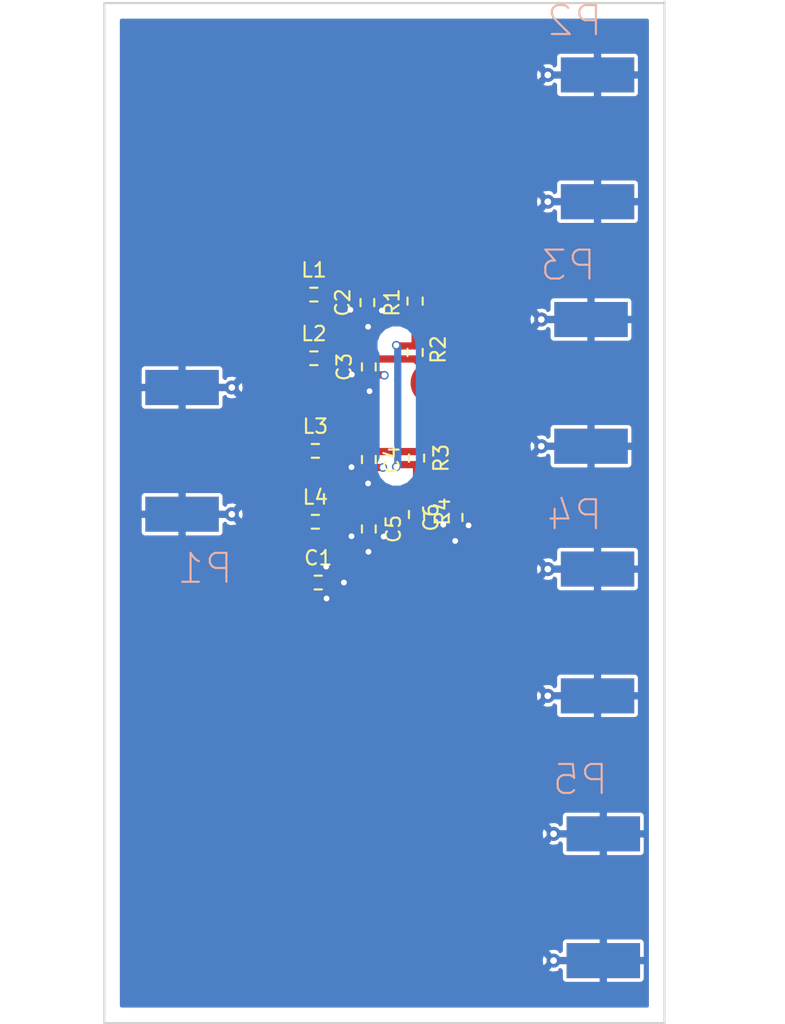
<source format=kicad_pcb>
(kicad_pcb (version 4) (host pcbnew 4.0.2+dfsg1-stable)

  (general
    (links 76)
    (no_connects 0)
    (area 92.384999 73.647 146.915001 144.725001)
    (thickness 1.6)
    (drawings 4)
    (tracks 126)
    (zones 0)
    (modules 19)
    (nets 8)
  )

  (page A4)
  (layers
    (0 F.Cu signal)
    (31 B.Cu signal)
    (32 B.Adhes user hide)
    (33 F.Adhes user hide)
    (34 B.Paste user)
    (35 F.Paste user)
    (36 B.SilkS user)
    (37 F.SilkS user)
    (38 B.Mask user)
    (39 F.Mask user)
    (40 Dwgs.User user hide)
    (41 Cmts.User user hide)
    (42 Eco1.User user hide)
    (43 Eco2.User user hide)
    (44 Edge.Cuts user)
    (45 Margin user)
    (46 B.CrtYd user)
    (47 F.CrtYd user)
    (48 B.Fab user hide)
    (49 F.Fab user hide)
  )

  (setup
    (last_trace_width 0.5)
    (user_trace_width 0.5)
    (user_trace_width 2.92508)
    (trace_clearance 0.1)
    (zone_clearance 0.127)
    (zone_45_only no)
    (trace_min 0.2)
    (segment_width 0.2)
    (edge_width 0.15)
    (via_size 0.6)
    (via_drill 0.4)
    (via_min_size 0.4)
    (via_min_drill 0.3)
    (uvia_size 0.3)
    (uvia_drill 0.1)
    (uvias_allowed no)
    (uvia_min_size 0.2)
    (uvia_min_drill 0.1)
    (pcb_text_width 0.3)
    (pcb_text_size 1.5 1.5)
    (mod_edge_width 0.15)
    (mod_text_size 1 1)
    (mod_text_width 0.15)
    (pad_size 1.524 1.524)
    (pad_drill 0.762)
    (pad_to_mask_clearance 0.2)
    (aux_axis_origin 100.05 144.5)
    (grid_origin 90.7 127)
    (visible_elements FFFEFF7F)
    (pcbplotparams
      (layerselection 0x000f0_80000001)
      (usegerberextensions true)
      (excludeedgelayer true)
      (linewidth 1.000000)
      (plotframeref false)
      (viasonmask false)
      (mode 1)
      (useauxorigin false)
      (hpglpennumber 1)
      (hpglpenspeed 20)
      (hpglpendiameter 15)
      (hpglpenoverlay 2)
      (psnegative false)
      (psa4output false)
      (plotreference true)
      (plotvalue true)
      (plotinvisibletext false)
      (padsonsilk false)
      (subtractmaskfromsilk false)
      (outputformat 1)
      (mirror false)
      (drillshape 0)
      (scaleselection 1)
      (outputdirectory gerber/))
  )

  (net 0 "")
  (net 1 "Net-(C1-Pad1)")
  (net 2 GND)
  (net 3 "Net-(C2-Pad2)")
  (net 4 "Net-(C3-Pad2)")
  (net 5 "Net-(C4-Pad2)")
  (net 6 "Net-(C5-Pad1)")
  (net 7 "Net-(C6-Pad2)")

  (net_class Default "This is the default net class."
    (clearance 0.1)
    (trace_width 0.25)
    (via_dia 0.6)
    (via_drill 0.4)
    (uvia_dia 0.3)
    (uvia_drill 0.1)
    (add_net GND)
    (add_net "Net-(C1-Pad1)")
    (add_net "Net-(C2-Pad2)")
    (add_net "Net-(C3-Pad2)")
    (add_net "Net-(C4-Pad2)")
    (add_net "Net-(C5-Pad1)")
    (add_net "Net-(C6-Pad2)")
  )

  (module ConnMolex_SMA:Molex_SMA_Jack_Edge_Mount (layer F.Cu) (tedit 5914E54A) (tstamp 59EE4908)
    (at 132.1 83.5 180)
    (descr "Molex SMA Jack, Edge Mount, http://www.molex.com/pdm_docs/sd/732511150_sd.pdf")
    (tags "sma edge")
    (path /59EE4588)
    (attr smd)
    (fp_text reference P2 (at -0.1325 8.128 180) (layer B.SilkS)
      (effects (font (size 2 2) (thickness 0.15)) (justify mirror))
    )
    (fp_text value SAM_OUT1 (at -1.72 -7.11 180) (layer F.Fab)
      (effects (font (size 1 1) (thickness 0.15)))
    )
    (fp_line (start -4.76 -0.38) (end 0.49 -0.38) (layer F.Fab) (width 0.1))
    (fp_line (start -4.76 0.38) (end 0.49 0.38) (layer F.Fab) (width 0.1))
    (fp_line (start 0.49 -0.38) (end 0.49 0.38) (layer F.Fab) (width 0.1))
    (fp_line (start 0.49 3.75) (end 0.49 4.76) (layer F.Fab) (width 0.1))
    (fp_line (start 0.49 -4.76) (end 0.49 -3.75) (layer F.Fab) (width 0.1))
    (fp_line (start -14.29 -6.09) (end -14.29 6.09) (layer F.CrtYd) (width 0.05))
    (fp_line (start -14.29 6.09) (end 2.71 6.09) (layer F.CrtYd) (width 0.05))
    (fp_line (start 2.71 -6.09) (end 2.71 6.09) (layer B.CrtYd) (width 0.05))
    (fp_line (start -14.29 -6.09) (end 2.71 -6.09) (layer B.CrtYd) (width 0.05))
    (fp_line (start -14.29 -6.09) (end -14.29 6.09) (layer B.CrtYd) (width 0.05))
    (fp_line (start -14.29 6.09) (end 2.71 6.09) (layer B.CrtYd) (width 0.05))
    (fp_line (start 2.71 -6.09) (end 2.71 6.09) (layer F.CrtYd) (width 0.05))
    (fp_line (start 2.71 -6.09) (end -14.29 -6.09) (layer F.CrtYd) (width 0.05))
    (fp_line (start -4.76 -3.75) (end 0.49 -3.75) (layer F.Fab) (width 0.1))
    (fp_line (start -4.76 3.75) (end 0.49 3.75) (layer F.Fab) (width 0.1))
    (fp_line (start -13.79 -2.65) (end -5.91 -2.65) (layer F.Fab) (width 0.1))
    (fp_line (start -13.79 -2.65) (end -13.79 2.65) (layer F.Fab) (width 0.1))
    (fp_line (start -13.79 2.65) (end -5.91 2.65) (layer F.Fab) (width 0.1))
    (fp_line (start -4.76 -3.75) (end -4.76 3.75) (layer F.Fab) (width 0.1))
    (fp_line (start 0.49 -4.76) (end -5.91 -4.76) (layer F.Fab) (width 0.1))
    (fp_line (start -5.91 -4.76) (end -5.91 4.76) (layer F.Fab) (width 0.1))
    (fp_line (start -5.91 4.76) (end 0.49 4.76) (layer F.Fab) (width 0.1))
    (pad 1 smd rect (at -1.72 0 180) (size 5.08 2.29) (layers F.Cu F.Paste F.Mask)
      (net 3 "Net-(C2-Pad2)"))
    (pad 2 smd rect (at -1.72 -4.38 180) (size 5.08 2.42) (layers F.Cu F.Paste F.Mask)
      (net 2 GND))
    (pad 2 smd rect (at -1.72 4.38 180) (size 5.08 2.42) (layers F.Cu F.Paste F.Mask)
      (net 2 GND))
    (pad 2 smd rect (at -1.72 -4.38 180) (size 5.08 2.42) (layers B.Cu B.Paste B.Mask)
      (net 2 GND))
    (pad 2 smd rect (at -1.72 4.38 180) (size 5.08 2.42) (layers B.Cu B.Paste B.Mask)
      (net 2 GND))
    (pad 2 thru_hole circle (at 1.72 -4.38 180) (size 0.97 0.97) (drill 0.46) (layers *.Cu)
      (net 2 GND))
    (pad 2 thru_hole circle (at 1.72 4.38 180) (size 0.97 0.97) (drill 0.46) (layers *.Cu)
      (net 2 GND))
    (pad 2 smd rect (at 1.27 -4.38 180) (size 0.89 0.46) (layers F.Cu)
      (net 2 GND))
    (pad 2 smd rect (at 1.27 4.38 180) (size 0.89 0.46) (layers F.Cu)
      (net 2 GND))
    (pad 2 smd rect (at 1.27 -4.38 180) (size 0.89 0.46) (layers B.Cu)
      (net 2 GND))
    (pad 2 smd rect (at 1.27 4.38 180) (size 0.89 0.46) (layers B.Cu)
      (net 2 GND))
    (model walter/conn_pc/SMAe.wrl
      (at (xyz -0.175 0 -0.015))
      (scale (xyz 1.7 1.7 1.7))
      (rotate (xyz 270 0 270))
    )
  )

  (module ConnMolex_SMA:Molex_SMA_Jack_Edge_Mount (layer F.Cu) (tedit 5914E54A) (tstamp 59EE4926)
    (at 132.1 117.65 180)
    (descr "Molex SMA Jack, Edge Mount, http://www.molex.com/pdm_docs/sd/732511150_sd.pdf")
    (tags "sma edge")
    (path /59EE46F7)
    (attr smd)
    (fp_text reference P4 (at -0.1325 8.128 180) (layer B.SilkS)
      (effects (font (size 2 2) (thickness 0.15)) (justify mirror))
    )
    (fp_text value SAM_OUT3 (at -1.72 -7.11 180) (layer F.Fab)
      (effects (font (size 1 1) (thickness 0.15)))
    )
    (fp_line (start -4.76 -0.38) (end 0.49 -0.38) (layer F.Fab) (width 0.1))
    (fp_line (start -4.76 0.38) (end 0.49 0.38) (layer F.Fab) (width 0.1))
    (fp_line (start 0.49 -0.38) (end 0.49 0.38) (layer F.Fab) (width 0.1))
    (fp_line (start 0.49 3.75) (end 0.49 4.76) (layer F.Fab) (width 0.1))
    (fp_line (start 0.49 -4.76) (end 0.49 -3.75) (layer F.Fab) (width 0.1))
    (fp_line (start -14.29 -6.09) (end -14.29 6.09) (layer F.CrtYd) (width 0.05))
    (fp_line (start -14.29 6.09) (end 2.71 6.09) (layer F.CrtYd) (width 0.05))
    (fp_line (start 2.71 -6.09) (end 2.71 6.09) (layer B.CrtYd) (width 0.05))
    (fp_line (start -14.29 -6.09) (end 2.71 -6.09) (layer B.CrtYd) (width 0.05))
    (fp_line (start -14.29 -6.09) (end -14.29 6.09) (layer B.CrtYd) (width 0.05))
    (fp_line (start -14.29 6.09) (end 2.71 6.09) (layer B.CrtYd) (width 0.05))
    (fp_line (start 2.71 -6.09) (end 2.71 6.09) (layer F.CrtYd) (width 0.05))
    (fp_line (start 2.71 -6.09) (end -14.29 -6.09) (layer F.CrtYd) (width 0.05))
    (fp_line (start -4.76 -3.75) (end 0.49 -3.75) (layer F.Fab) (width 0.1))
    (fp_line (start -4.76 3.75) (end 0.49 3.75) (layer F.Fab) (width 0.1))
    (fp_line (start -13.79 -2.65) (end -5.91 -2.65) (layer F.Fab) (width 0.1))
    (fp_line (start -13.79 -2.65) (end -13.79 2.65) (layer F.Fab) (width 0.1))
    (fp_line (start -13.79 2.65) (end -5.91 2.65) (layer F.Fab) (width 0.1))
    (fp_line (start -4.76 -3.75) (end -4.76 3.75) (layer F.Fab) (width 0.1))
    (fp_line (start 0.49 -4.76) (end -5.91 -4.76) (layer F.Fab) (width 0.1))
    (fp_line (start -5.91 -4.76) (end -5.91 4.76) (layer F.Fab) (width 0.1))
    (fp_line (start -5.91 4.76) (end 0.49 4.76) (layer F.Fab) (width 0.1))
    (pad 1 smd rect (at -1.72 0 180) (size 5.08 2.29) (layers F.Cu F.Paste F.Mask)
      (net 5 "Net-(C4-Pad2)"))
    (pad 2 smd rect (at -1.72 -4.38 180) (size 5.08 2.42) (layers F.Cu F.Paste F.Mask)
      (net 2 GND))
    (pad 2 smd rect (at -1.72 4.38 180) (size 5.08 2.42) (layers F.Cu F.Paste F.Mask)
      (net 2 GND))
    (pad 2 smd rect (at -1.72 -4.38 180) (size 5.08 2.42) (layers B.Cu B.Paste B.Mask)
      (net 2 GND))
    (pad 2 smd rect (at -1.72 4.38 180) (size 5.08 2.42) (layers B.Cu B.Paste B.Mask)
      (net 2 GND))
    (pad 2 thru_hole circle (at 1.72 -4.38 180) (size 0.97 0.97) (drill 0.46) (layers *.Cu)
      (net 2 GND))
    (pad 2 thru_hole circle (at 1.72 4.38 180) (size 0.97 0.97) (drill 0.46) (layers *.Cu)
      (net 2 GND))
    (pad 2 smd rect (at 1.27 -4.38 180) (size 0.89 0.46) (layers F.Cu)
      (net 2 GND))
    (pad 2 smd rect (at 1.27 4.38 180) (size 0.89 0.46) (layers F.Cu)
      (net 2 GND))
    (pad 2 smd rect (at 1.27 -4.38 180) (size 0.89 0.46) (layers B.Cu)
      (net 2 GND))
    (pad 2 smd rect (at 1.27 4.38 180) (size 0.89 0.46) (layers B.Cu)
      (net 2 GND))
    (model walter/conn_pc/SMAe.wrl
      (at (xyz -0.175 0 -0.015))
      (scale (xyz 1.7 1.7 1.7))
      (rotate (xyz 270 0 270))
    )
  )

  (module Capacitors_SMD:C_0402 (layer F.Cu) (tedit 5415D599) (tstamp 59EE48B4)
    (at 114.5 114.2)
    (descr "Capacitor SMD 0402, reflow soldering, AVX (see smccp.pdf)")
    (tags "capacitor 0402")
    (path /59EE3237)
    (attr smd)
    (fp_text reference C1 (at 0 -1.7) (layer F.SilkS)
      (effects (font (size 1 1) (thickness 0.15)))
    )
    (fp_text value 29.32p (at 0 1.7) (layer F.Fab)
      (effects (font (size 1 1) (thickness 0.15)))
    )
    (fp_line (start -1.15 -0.6) (end 1.15 -0.6) (layer F.CrtYd) (width 0.05))
    (fp_line (start -1.15 0.6) (end 1.15 0.6) (layer F.CrtYd) (width 0.05))
    (fp_line (start -1.15 -0.6) (end -1.15 0.6) (layer F.CrtYd) (width 0.05))
    (fp_line (start 1.15 -0.6) (end 1.15 0.6) (layer F.CrtYd) (width 0.05))
    (fp_line (start 0.25 -0.475) (end -0.25 -0.475) (layer F.SilkS) (width 0.15))
    (fp_line (start -0.25 0.475) (end 0.25 0.475) (layer F.SilkS) (width 0.15))
    (pad 1 smd rect (at -0.55 0) (size 0.6 0.5) (layers F.Cu F.Paste F.Mask)
      (net 1 "Net-(C1-Pad1)"))
    (pad 2 smd rect (at 0.55 0) (size 0.6 0.5) (layers F.Cu F.Paste F.Mask)
      (net 2 GND))
    (model Capacitors_SMD.3dshapes/C_0402.wrl
      (at (xyz 0 0 0))
      (scale (xyz 1 1 1))
      (rotate (xyz 0 0 0))
    )
  )

  (module Capacitors_SMD:C_0402 (layer F.Cu) (tedit 5415D599) (tstamp 59EE48BA)
    (at 117.9 94.85 90)
    (descr "Capacitor SMD 0402, reflow soldering, AVX (see smccp.pdf)")
    (tags "capacitor 0402")
    (path /59EE3C54)
    (attr smd)
    (fp_text reference C2 (at 0 -1.7 90) (layer F.SilkS)
      (effects (font (size 1 1) (thickness 0.15)))
    )
    (fp_text value 7.33p (at 0 1.7 90) (layer F.Fab)
      (effects (font (size 1 1) (thickness 0.15)))
    )
    (fp_line (start -1.15 -0.6) (end 1.15 -0.6) (layer F.CrtYd) (width 0.05))
    (fp_line (start -1.15 0.6) (end 1.15 0.6) (layer F.CrtYd) (width 0.05))
    (fp_line (start -1.15 -0.6) (end -1.15 0.6) (layer F.CrtYd) (width 0.05))
    (fp_line (start 1.15 -0.6) (end 1.15 0.6) (layer F.CrtYd) (width 0.05))
    (fp_line (start 0.25 -0.475) (end -0.25 -0.475) (layer F.SilkS) (width 0.15))
    (fp_line (start -0.25 0.475) (end 0.25 0.475) (layer F.SilkS) (width 0.15))
    (pad 1 smd rect (at -0.55 0 90) (size 0.6 0.5) (layers F.Cu F.Paste F.Mask)
      (net 2 GND))
    (pad 2 smd rect (at 0.55 0 90) (size 0.6 0.5) (layers F.Cu F.Paste F.Mask)
      (net 3 "Net-(C2-Pad2)"))
    (model Capacitors_SMD.3dshapes/C_0402.wrl
      (at (xyz 0 0 0))
      (scale (xyz 1 1 1))
      (rotate (xyz 0 0 0))
    )
  )

  (module Capacitors_SMD:C_0402 (layer F.Cu) (tedit 5415D599) (tstamp 59EE48C0)
    (at 118 99.3 90)
    (descr "Capacitor SMD 0402, reflow soldering, AVX (see smccp.pdf)")
    (tags "capacitor 0402")
    (path /59EE3B7C)
    (attr smd)
    (fp_text reference C3 (at 0 -1.7 90) (layer F.SilkS)
      (effects (font (size 1 1) (thickness 0.15)))
    )
    (fp_text value 7.33p (at 0 1.7 90) (layer F.Fab)
      (effects (font (size 1 1) (thickness 0.15)))
    )
    (fp_line (start -1.15 -0.6) (end 1.15 -0.6) (layer F.CrtYd) (width 0.05))
    (fp_line (start -1.15 0.6) (end 1.15 0.6) (layer F.CrtYd) (width 0.05))
    (fp_line (start -1.15 -0.6) (end -1.15 0.6) (layer F.CrtYd) (width 0.05))
    (fp_line (start 1.15 -0.6) (end 1.15 0.6) (layer F.CrtYd) (width 0.05))
    (fp_line (start 0.25 -0.475) (end -0.25 -0.475) (layer F.SilkS) (width 0.15))
    (fp_line (start -0.25 0.475) (end 0.25 0.475) (layer F.SilkS) (width 0.15))
    (pad 1 smd rect (at -0.55 0 90) (size 0.6 0.5) (layers F.Cu F.Paste F.Mask)
      (net 2 GND))
    (pad 2 smd rect (at 0.55 0 90) (size 0.6 0.5) (layers F.Cu F.Paste F.Mask)
      (net 4 "Net-(C3-Pad2)"))
    (model Capacitors_SMD.3dshapes/C_0402.wrl
      (at (xyz 0 0 0))
      (scale (xyz 1 1 1))
      (rotate (xyz 0 0 0))
    )
  )

  (module Capacitors_SMD:C_0402 (layer F.Cu) (tedit 5A00AF9A) (tstamp 59EE48C6)
    (at 118 105.7 90)
    (descr "Capacitor SMD 0402, reflow soldering, AVX (see smccp.pdf)")
    (tags "capacitor 0402")
    (path /59EE32B1)
    (attr smd)
    (fp_text reference C4 (at 0 1.6 90) (layer F.SilkS)
      (effects (font (size 1 1) (thickness 0.15)))
    )
    (fp_text value 7.33p (at 0 1.7 90) (layer F.Fab)
      (effects (font (size 1 1) (thickness 0.15)))
    )
    (fp_line (start -1.15 -0.6) (end 1.15 -0.6) (layer F.CrtYd) (width 0.05))
    (fp_line (start -1.15 0.6) (end 1.15 0.6) (layer F.CrtYd) (width 0.05))
    (fp_line (start -1.15 -0.6) (end -1.15 0.6) (layer F.CrtYd) (width 0.05))
    (fp_line (start 1.15 -0.6) (end 1.15 0.6) (layer F.CrtYd) (width 0.05))
    (fp_line (start 0.25 -0.475) (end -0.25 -0.475) (layer F.SilkS) (width 0.15))
    (fp_line (start -0.25 0.475) (end 0.25 0.475) (layer F.SilkS) (width 0.15))
    (pad 1 smd rect (at -0.55 0 90) (size 0.6 0.5) (layers F.Cu F.Paste F.Mask)
      (net 2 GND))
    (pad 2 smd rect (at 0.55 0 90) (size 0.6 0.5) (layers F.Cu F.Paste F.Mask)
      (net 5 "Net-(C4-Pad2)"))
    (model Capacitors_SMD.3dshapes/C_0402.wrl
      (at (xyz 0 0 0))
      (scale (xyz 1 1 1))
      (rotate (xyz 0 0 0))
    )
  )

  (module Capacitors_SMD:C_0402 (layer F.Cu) (tedit 5415D599) (tstamp 59EE48CC)
    (at 118 110.5 270)
    (descr "Capacitor SMD 0402, reflow soldering, AVX (see smccp.pdf)")
    (tags "capacitor 0402")
    (path /59EE3292)
    (attr smd)
    (fp_text reference C5 (at 0 -1.7 270) (layer F.SilkS)
      (effects (font (size 1 1) (thickness 0.15)))
    )
    (fp_text value 7.33p (at 0 1.7 270) (layer F.Fab)
      (effects (font (size 1 1) (thickness 0.15)))
    )
    (fp_line (start -1.15 -0.6) (end 1.15 -0.6) (layer F.CrtYd) (width 0.05))
    (fp_line (start -1.15 0.6) (end 1.15 0.6) (layer F.CrtYd) (width 0.05))
    (fp_line (start -1.15 -0.6) (end -1.15 0.6) (layer F.CrtYd) (width 0.05))
    (fp_line (start 1.15 -0.6) (end 1.15 0.6) (layer F.CrtYd) (width 0.05))
    (fp_line (start 0.25 -0.475) (end -0.25 -0.475) (layer F.SilkS) (width 0.15))
    (fp_line (start -0.25 0.475) (end 0.25 0.475) (layer F.SilkS) (width 0.15))
    (pad 1 smd rect (at -0.55 0 270) (size 0.6 0.5) (layers F.Cu F.Paste F.Mask)
      (net 6 "Net-(C5-Pad1)"))
    (pad 2 smd rect (at 0.55 0 270) (size 0.6 0.5) (layers F.Cu F.Paste F.Mask)
      (net 2 GND))
    (model Capacitors_SMD.3dshapes/C_0402.wrl
      (at (xyz 0 0 0))
      (scale (xyz 1 1 1))
      (rotate (xyz 0 0 0))
    )
  )

  (module Capacitors_SMD:C_0402 (layer F.Cu) (tedit 5415D599) (tstamp 59EE48D2)
    (at 124 109.7 90)
    (descr "Capacitor SMD 0402, reflow soldering, AVX (see smccp.pdf)")
    (tags "capacitor 0402")
    (path /59EE4101)
    (attr smd)
    (fp_text reference C6 (at 0 -1.7 90) (layer F.SilkS)
      (effects (font (size 1 1) (thickness 0.15)))
    )
    (fp_text value 2p (at 0 1.7 90) (layer F.Fab)
      (effects (font (size 1 1) (thickness 0.15)))
    )
    (fp_line (start -1.15 -0.6) (end 1.15 -0.6) (layer F.CrtYd) (width 0.05))
    (fp_line (start -1.15 0.6) (end 1.15 0.6) (layer F.CrtYd) (width 0.05))
    (fp_line (start -1.15 -0.6) (end -1.15 0.6) (layer F.CrtYd) (width 0.05))
    (fp_line (start 1.15 -0.6) (end 1.15 0.6) (layer F.CrtYd) (width 0.05))
    (fp_line (start 0.25 -0.475) (end -0.25 -0.475) (layer F.SilkS) (width 0.15))
    (fp_line (start -0.25 0.475) (end 0.25 0.475) (layer F.SilkS) (width 0.15))
    (pad 1 smd rect (at -0.55 0 90) (size 0.6 0.5) (layers F.Cu F.Paste F.Mask)
      (net 2 GND))
    (pad 2 smd rect (at 0.55 0 90) (size 0.6 0.5) (layers F.Cu F.Paste F.Mask)
      (net 7 "Net-(C6-Pad2)"))
    (model Capacitors_SMD.3dshapes/C_0402.wrl
      (at (xyz 0 0 0))
      (scale (xyz 1 1 1))
      (rotate (xyz 0 0 0))
    )
  )

  (module Capacitors_SMD:C_0402 (layer F.Cu) (tedit 5415D599) (tstamp 59EE48D8)
    (at 114.2 94.3)
    (descr "Capacitor SMD 0402, reflow soldering, AVX (see smccp.pdf)")
    (tags "capacitor 0402")
    (path /59EE3C11)
    (attr smd)
    (fp_text reference L1 (at 0 -1.7) (layer F.SilkS)
      (effects (font (size 1 1) (thickness 0.15)))
    )
    (fp_text value 18.34n (at 0 1.7) (layer F.Fab)
      (effects (font (size 1 1) (thickness 0.15)))
    )
    (fp_line (start -1.15 -0.6) (end 1.15 -0.6) (layer F.CrtYd) (width 0.05))
    (fp_line (start -1.15 0.6) (end 1.15 0.6) (layer F.CrtYd) (width 0.05))
    (fp_line (start -1.15 -0.6) (end -1.15 0.6) (layer F.CrtYd) (width 0.05))
    (fp_line (start 1.15 -0.6) (end 1.15 0.6) (layer F.CrtYd) (width 0.05))
    (fp_line (start 0.25 -0.475) (end -0.25 -0.475) (layer F.SilkS) (width 0.15))
    (fp_line (start -0.25 0.475) (end 0.25 0.475) (layer F.SilkS) (width 0.15))
    (pad 1 smd rect (at -0.55 0) (size 0.6 0.5) (layers F.Cu F.Paste F.Mask)
      (net 1 "Net-(C1-Pad1)"))
    (pad 2 smd rect (at 0.55 0) (size 0.6 0.5) (layers F.Cu F.Paste F.Mask)
      (net 3 "Net-(C2-Pad2)"))
    (model Capacitors_SMD.3dshapes/C_0402.wrl
      (at (xyz 0 0 0))
      (scale (xyz 1 1 1))
      (rotate (xyz 0 0 0))
    )
  )

  (module Capacitors_SMD:C_0402 (layer F.Cu) (tedit 5415D599) (tstamp 59EE48DE)
    (at 114.2 98.7)
    (descr "Capacitor SMD 0402, reflow soldering, AVX (see smccp.pdf)")
    (tags "capacitor 0402")
    (path /59EE3B39)
    (attr smd)
    (fp_text reference L2 (at 0 -1.7) (layer F.SilkS)
      (effects (font (size 1 1) (thickness 0.15)))
    )
    (fp_text value 18.34n (at 0 1.7) (layer F.Fab)
      (effects (font (size 1 1) (thickness 0.15)))
    )
    (fp_line (start -1.15 -0.6) (end 1.15 -0.6) (layer F.CrtYd) (width 0.05))
    (fp_line (start -1.15 0.6) (end 1.15 0.6) (layer F.CrtYd) (width 0.05))
    (fp_line (start -1.15 -0.6) (end -1.15 0.6) (layer F.CrtYd) (width 0.05))
    (fp_line (start 1.15 -0.6) (end 1.15 0.6) (layer F.CrtYd) (width 0.05))
    (fp_line (start 0.25 -0.475) (end -0.25 -0.475) (layer F.SilkS) (width 0.15))
    (fp_line (start -0.25 0.475) (end 0.25 0.475) (layer F.SilkS) (width 0.15))
    (pad 1 smd rect (at -0.55 0) (size 0.6 0.5) (layers F.Cu F.Paste F.Mask)
      (net 1 "Net-(C1-Pad1)"))
    (pad 2 smd rect (at 0.55 0) (size 0.6 0.5) (layers F.Cu F.Paste F.Mask)
      (net 4 "Net-(C3-Pad2)"))
    (model Capacitors_SMD.3dshapes/C_0402.wrl
      (at (xyz 0 0 0))
      (scale (xyz 1 1 1))
      (rotate (xyz 0 0 0))
    )
  )

  (module Capacitors_SMD:C_0402 (layer F.Cu) (tedit 5415D599) (tstamp 59EE48E4)
    (at 114.3 105.1)
    (descr "Capacitor SMD 0402, reflow soldering, AVX (see smccp.pdf)")
    (tags "capacitor 0402")
    (path /59EE2FC3)
    (attr smd)
    (fp_text reference L3 (at 0 -1.7) (layer F.SilkS)
      (effects (font (size 1 1) (thickness 0.15)))
    )
    (fp_text value 18.34n (at 0 1.7) (layer F.Fab)
      (effects (font (size 1 1) (thickness 0.15)))
    )
    (fp_line (start -1.15 -0.6) (end 1.15 -0.6) (layer F.CrtYd) (width 0.05))
    (fp_line (start -1.15 0.6) (end 1.15 0.6) (layer F.CrtYd) (width 0.05))
    (fp_line (start -1.15 -0.6) (end -1.15 0.6) (layer F.CrtYd) (width 0.05))
    (fp_line (start 1.15 -0.6) (end 1.15 0.6) (layer F.CrtYd) (width 0.05))
    (fp_line (start 0.25 -0.475) (end -0.25 -0.475) (layer F.SilkS) (width 0.15))
    (fp_line (start -0.25 0.475) (end 0.25 0.475) (layer F.SilkS) (width 0.15))
    (pad 1 smd rect (at -0.55 0) (size 0.6 0.5) (layers F.Cu F.Paste F.Mask)
      (net 1 "Net-(C1-Pad1)"))
    (pad 2 smd rect (at 0.55 0) (size 0.6 0.5) (layers F.Cu F.Paste F.Mask)
      (net 5 "Net-(C4-Pad2)"))
    (model Capacitors_SMD.3dshapes/C_0402.wrl
      (at (xyz 0 0 0))
      (scale (xyz 1 1 1))
      (rotate (xyz 0 0 0))
    )
  )

  (module Capacitors_SMD:C_0402 (layer F.Cu) (tedit 5415D599) (tstamp 59EE48EA)
    (at 114.3 110)
    (descr "Capacitor SMD 0402, reflow soldering, AVX (see smccp.pdf)")
    (tags "capacitor 0402")
    (path /59EE318F)
    (attr smd)
    (fp_text reference L4 (at 0 -1.7) (layer F.SilkS)
      (effects (font (size 1 1) (thickness 0.15)))
    )
    (fp_text value 18.34n (at 0 1.7) (layer F.Fab)
      (effects (font (size 1 1) (thickness 0.15)))
    )
    (fp_line (start -1.15 -0.6) (end 1.15 -0.6) (layer F.CrtYd) (width 0.05))
    (fp_line (start -1.15 0.6) (end 1.15 0.6) (layer F.CrtYd) (width 0.05))
    (fp_line (start -1.15 -0.6) (end -1.15 0.6) (layer F.CrtYd) (width 0.05))
    (fp_line (start 1.15 -0.6) (end 1.15 0.6) (layer F.CrtYd) (width 0.05))
    (fp_line (start 0.25 -0.475) (end -0.25 -0.475) (layer F.SilkS) (width 0.15))
    (fp_line (start -0.25 0.475) (end 0.25 0.475) (layer F.SilkS) (width 0.15))
    (pad 1 smd rect (at -0.55 0) (size 0.6 0.5) (layers F.Cu F.Paste F.Mask)
      (net 1 "Net-(C1-Pad1)"))
    (pad 2 smd rect (at 0.55 0) (size 0.6 0.5) (layers F.Cu F.Paste F.Mask)
      (net 6 "Net-(C5-Pad1)"))
    (model Capacitors_SMD.3dshapes/C_0402.wrl
      (at (xyz 0 0 0))
      (scale (xyz 1 1 1))
      (rotate (xyz 0 0 0))
    )
  )

  (module ConnMolex_SMA:Molex_SMA_Jack_Edge_Mount (layer F.Cu) (tedit 5914E54A) (tstamp 59EE48F9)
    (at 106.8 105.1)
    (descr "Molex SMA Jack, Edge Mount, http://www.molex.com/pdm_docs/sd/732511150_sd.pdf")
    (tags "sma edge")
    (path /59EE43CB)
    (attr smd)
    (fp_text reference P1 (at -0.1325 8.128) (layer B.SilkS)
      (effects (font (size 2 2) (thickness 0.15)) (justify mirror))
    )
    (fp_text value SMA_IN (at -1.72 -7.11) (layer F.Fab)
      (effects (font (size 1 1) (thickness 0.15)))
    )
    (fp_line (start -4.76 -0.38) (end 0.49 -0.38) (layer F.Fab) (width 0.1))
    (fp_line (start -4.76 0.38) (end 0.49 0.38) (layer F.Fab) (width 0.1))
    (fp_line (start 0.49 -0.38) (end 0.49 0.38) (layer F.Fab) (width 0.1))
    (fp_line (start 0.49 3.75) (end 0.49 4.76) (layer F.Fab) (width 0.1))
    (fp_line (start 0.49 -4.76) (end 0.49 -3.75) (layer F.Fab) (width 0.1))
    (fp_line (start -14.29 -6.09) (end -14.29 6.09) (layer F.CrtYd) (width 0.05))
    (fp_line (start -14.29 6.09) (end 2.71 6.09) (layer F.CrtYd) (width 0.05))
    (fp_line (start 2.71 -6.09) (end 2.71 6.09) (layer B.CrtYd) (width 0.05))
    (fp_line (start -14.29 -6.09) (end 2.71 -6.09) (layer B.CrtYd) (width 0.05))
    (fp_line (start -14.29 -6.09) (end -14.29 6.09) (layer B.CrtYd) (width 0.05))
    (fp_line (start -14.29 6.09) (end 2.71 6.09) (layer B.CrtYd) (width 0.05))
    (fp_line (start 2.71 -6.09) (end 2.71 6.09) (layer F.CrtYd) (width 0.05))
    (fp_line (start 2.71 -6.09) (end -14.29 -6.09) (layer F.CrtYd) (width 0.05))
    (fp_line (start -4.76 -3.75) (end 0.49 -3.75) (layer F.Fab) (width 0.1))
    (fp_line (start -4.76 3.75) (end 0.49 3.75) (layer F.Fab) (width 0.1))
    (fp_line (start -13.79 -2.65) (end -5.91 -2.65) (layer F.Fab) (width 0.1))
    (fp_line (start -13.79 -2.65) (end -13.79 2.65) (layer F.Fab) (width 0.1))
    (fp_line (start -13.79 2.65) (end -5.91 2.65) (layer F.Fab) (width 0.1))
    (fp_line (start -4.76 -3.75) (end -4.76 3.75) (layer F.Fab) (width 0.1))
    (fp_line (start 0.49 -4.76) (end -5.91 -4.76) (layer F.Fab) (width 0.1))
    (fp_line (start -5.91 -4.76) (end -5.91 4.76) (layer F.Fab) (width 0.1))
    (fp_line (start -5.91 4.76) (end 0.49 4.76) (layer F.Fab) (width 0.1))
    (pad 1 smd rect (at -1.72 0) (size 5.08 2.29) (layers F.Cu F.Paste F.Mask)
      (net 1 "Net-(C1-Pad1)"))
    (pad 2 smd rect (at -1.72 -4.38) (size 5.08 2.42) (layers F.Cu F.Paste F.Mask)
      (net 2 GND))
    (pad 2 smd rect (at -1.72 4.38) (size 5.08 2.42) (layers F.Cu F.Paste F.Mask)
      (net 2 GND))
    (pad 2 smd rect (at -1.72 -4.38) (size 5.08 2.42) (layers B.Cu B.Paste B.Mask)
      (net 2 GND))
    (pad 2 smd rect (at -1.72 4.38) (size 5.08 2.42) (layers B.Cu B.Paste B.Mask)
      (net 2 GND))
    (pad 2 thru_hole circle (at 1.72 -4.38) (size 0.97 0.97) (drill 0.46) (layers *.Cu)
      (net 2 GND))
    (pad 2 thru_hole circle (at 1.72 4.38) (size 0.97 0.97) (drill 0.46) (layers *.Cu)
      (net 2 GND))
    (pad 2 smd rect (at 1.27 -4.38) (size 0.89 0.46) (layers F.Cu)
      (net 2 GND))
    (pad 2 smd rect (at 1.27 4.38) (size 0.89 0.46) (layers F.Cu)
      (net 2 GND))
    (pad 2 smd rect (at 1.27 -4.38) (size 0.89 0.46) (layers B.Cu)
      (net 2 GND))
    (pad 2 smd rect (at 1.27 4.38) (size 0.89 0.46) (layers B.Cu)
      (net 2 GND))
    (model walter/conn_pc/SMAe.wrl
      (at (xyz -0.175 0 -0.015))
      (scale (xyz 1.7 1.7 1.7))
      (rotate (xyz 270 0 270))
    )
  )

  (module ConnMolex_SMA:Molex_SMA_Jack_Edge_Mount (layer F.Cu) (tedit 5914E54A) (tstamp 59EE4917)
    (at 131.65 100.4 180)
    (descr "Molex SMA Jack, Edge Mount, http://www.molex.com/pdm_docs/sd/732511150_sd.pdf")
    (tags "sma edge")
    (path /59EE469C)
    (attr smd)
    (fp_text reference P3 (at -0.1325 8.128 180) (layer B.SilkS)
      (effects (font (size 2 2) (thickness 0.15)) (justify mirror))
    )
    (fp_text value SAM_OUT2 (at -1.72 -7.11 180) (layer F.Fab)
      (effects (font (size 1 1) (thickness 0.15)))
    )
    (fp_line (start -4.76 -0.38) (end 0.49 -0.38) (layer F.Fab) (width 0.1))
    (fp_line (start -4.76 0.38) (end 0.49 0.38) (layer F.Fab) (width 0.1))
    (fp_line (start 0.49 -0.38) (end 0.49 0.38) (layer F.Fab) (width 0.1))
    (fp_line (start 0.49 3.75) (end 0.49 4.76) (layer F.Fab) (width 0.1))
    (fp_line (start 0.49 -4.76) (end 0.49 -3.75) (layer F.Fab) (width 0.1))
    (fp_line (start -14.29 -6.09) (end -14.29 6.09) (layer F.CrtYd) (width 0.05))
    (fp_line (start -14.29 6.09) (end 2.71 6.09) (layer F.CrtYd) (width 0.05))
    (fp_line (start 2.71 -6.09) (end 2.71 6.09) (layer B.CrtYd) (width 0.05))
    (fp_line (start -14.29 -6.09) (end 2.71 -6.09) (layer B.CrtYd) (width 0.05))
    (fp_line (start -14.29 -6.09) (end -14.29 6.09) (layer B.CrtYd) (width 0.05))
    (fp_line (start -14.29 6.09) (end 2.71 6.09) (layer B.CrtYd) (width 0.05))
    (fp_line (start 2.71 -6.09) (end 2.71 6.09) (layer F.CrtYd) (width 0.05))
    (fp_line (start 2.71 -6.09) (end -14.29 -6.09) (layer F.CrtYd) (width 0.05))
    (fp_line (start -4.76 -3.75) (end 0.49 -3.75) (layer F.Fab) (width 0.1))
    (fp_line (start -4.76 3.75) (end 0.49 3.75) (layer F.Fab) (width 0.1))
    (fp_line (start -13.79 -2.65) (end -5.91 -2.65) (layer F.Fab) (width 0.1))
    (fp_line (start -13.79 -2.65) (end -13.79 2.65) (layer F.Fab) (width 0.1))
    (fp_line (start -13.79 2.65) (end -5.91 2.65) (layer F.Fab) (width 0.1))
    (fp_line (start -4.76 -3.75) (end -4.76 3.75) (layer F.Fab) (width 0.1))
    (fp_line (start 0.49 -4.76) (end -5.91 -4.76) (layer F.Fab) (width 0.1))
    (fp_line (start -5.91 -4.76) (end -5.91 4.76) (layer F.Fab) (width 0.1))
    (fp_line (start -5.91 4.76) (end 0.49 4.76) (layer F.Fab) (width 0.1))
    (pad 1 smd rect (at -1.72 0 180) (size 5.08 2.29) (layers F.Cu F.Paste F.Mask)
      (net 4 "Net-(C3-Pad2)"))
    (pad 2 smd rect (at -1.72 -4.38 180) (size 5.08 2.42) (layers F.Cu F.Paste F.Mask)
      (net 2 GND))
    (pad 2 smd rect (at -1.72 4.38 180) (size 5.08 2.42) (layers F.Cu F.Paste F.Mask)
      (net 2 GND))
    (pad 2 smd rect (at -1.72 -4.38 180) (size 5.08 2.42) (layers B.Cu B.Paste B.Mask)
      (net 2 GND))
    (pad 2 smd rect (at -1.72 4.38 180) (size 5.08 2.42) (layers B.Cu B.Paste B.Mask)
      (net 2 GND))
    (pad 2 thru_hole circle (at 1.72 -4.38 180) (size 0.97 0.97) (drill 0.46) (layers *.Cu)
      (net 2 GND))
    (pad 2 thru_hole circle (at 1.72 4.38 180) (size 0.97 0.97) (drill 0.46) (layers *.Cu)
      (net 2 GND))
    (pad 2 smd rect (at 1.27 -4.38 180) (size 0.89 0.46) (layers F.Cu)
      (net 2 GND))
    (pad 2 smd rect (at 1.27 4.38 180) (size 0.89 0.46) (layers F.Cu)
      (net 2 GND))
    (pad 2 smd rect (at 1.27 -4.38 180) (size 0.89 0.46) (layers B.Cu)
      (net 2 GND))
    (pad 2 smd rect (at 1.27 4.38 180) (size 0.89 0.46) (layers B.Cu)
      (net 2 GND))
    (model walter/conn_pc/SMAe.wrl
      (at (xyz -0.175 0 -0.015))
      (scale (xyz 1.7 1.7 1.7))
      (rotate (xyz 270 0 270))
    )
  )

  (module ConnMolex_SMA:Molex_SMA_Jack_Edge_Mount (layer F.Cu) (tedit 5914E54A) (tstamp 59EE4935)
    (at 132.5 135.95 180)
    (descr "Molex SMA Jack, Edge Mount, http://www.molex.com/pdm_docs/sd/732511150_sd.pdf")
    (tags "sma edge")
    (path /59EE4761)
    (attr smd)
    (fp_text reference P5 (at -0.1325 8.128 180) (layer B.SilkS)
      (effects (font (size 2 2) (thickness 0.15)) (justify mirror))
    )
    (fp_text value SAM_OUT4 (at -1.72 -7.11 180) (layer F.Fab)
      (effects (font (size 1 1) (thickness 0.15)))
    )
    (fp_line (start -4.76 -0.38) (end 0.49 -0.38) (layer F.Fab) (width 0.1))
    (fp_line (start -4.76 0.38) (end 0.49 0.38) (layer F.Fab) (width 0.1))
    (fp_line (start 0.49 -0.38) (end 0.49 0.38) (layer F.Fab) (width 0.1))
    (fp_line (start 0.49 3.75) (end 0.49 4.76) (layer F.Fab) (width 0.1))
    (fp_line (start 0.49 -4.76) (end 0.49 -3.75) (layer F.Fab) (width 0.1))
    (fp_line (start -14.29 -6.09) (end -14.29 6.09) (layer F.CrtYd) (width 0.05))
    (fp_line (start -14.29 6.09) (end 2.71 6.09) (layer F.CrtYd) (width 0.05))
    (fp_line (start 2.71 -6.09) (end 2.71 6.09) (layer B.CrtYd) (width 0.05))
    (fp_line (start -14.29 -6.09) (end 2.71 -6.09) (layer B.CrtYd) (width 0.05))
    (fp_line (start -14.29 -6.09) (end -14.29 6.09) (layer B.CrtYd) (width 0.05))
    (fp_line (start -14.29 6.09) (end 2.71 6.09) (layer B.CrtYd) (width 0.05))
    (fp_line (start 2.71 -6.09) (end 2.71 6.09) (layer F.CrtYd) (width 0.05))
    (fp_line (start 2.71 -6.09) (end -14.29 -6.09) (layer F.CrtYd) (width 0.05))
    (fp_line (start -4.76 -3.75) (end 0.49 -3.75) (layer F.Fab) (width 0.1))
    (fp_line (start -4.76 3.75) (end 0.49 3.75) (layer F.Fab) (width 0.1))
    (fp_line (start -13.79 -2.65) (end -5.91 -2.65) (layer F.Fab) (width 0.1))
    (fp_line (start -13.79 -2.65) (end -13.79 2.65) (layer F.Fab) (width 0.1))
    (fp_line (start -13.79 2.65) (end -5.91 2.65) (layer F.Fab) (width 0.1))
    (fp_line (start -4.76 -3.75) (end -4.76 3.75) (layer F.Fab) (width 0.1))
    (fp_line (start 0.49 -4.76) (end -5.91 -4.76) (layer F.Fab) (width 0.1))
    (fp_line (start -5.91 -4.76) (end -5.91 4.76) (layer F.Fab) (width 0.1))
    (fp_line (start -5.91 4.76) (end 0.49 4.76) (layer F.Fab) (width 0.1))
    (pad 1 smd rect (at -1.72 0 180) (size 5.08 2.29) (layers F.Cu F.Paste F.Mask)
      (net 6 "Net-(C5-Pad1)"))
    (pad 2 smd rect (at -1.72 -4.38 180) (size 5.08 2.42) (layers F.Cu F.Paste F.Mask)
      (net 2 GND))
    (pad 2 smd rect (at -1.72 4.38 180) (size 5.08 2.42) (layers F.Cu F.Paste F.Mask)
      (net 2 GND))
    (pad 2 smd rect (at -1.72 -4.38 180) (size 5.08 2.42) (layers B.Cu B.Paste B.Mask)
      (net 2 GND))
    (pad 2 smd rect (at -1.72 4.38 180) (size 5.08 2.42) (layers B.Cu B.Paste B.Mask)
      (net 2 GND))
    (pad 2 thru_hole circle (at 1.72 -4.38 180) (size 0.97 0.97) (drill 0.46) (layers *.Cu)
      (net 2 GND))
    (pad 2 thru_hole circle (at 1.72 4.38 180) (size 0.97 0.97) (drill 0.46) (layers *.Cu)
      (net 2 GND))
    (pad 2 smd rect (at 1.27 -4.38 180) (size 0.89 0.46) (layers F.Cu)
      (net 2 GND))
    (pad 2 smd rect (at 1.27 4.38 180) (size 0.89 0.46) (layers F.Cu)
      (net 2 GND))
    (pad 2 smd rect (at 1.27 -4.38 180) (size 0.89 0.46) (layers B.Cu)
      (net 2 GND))
    (pad 2 smd rect (at 1.27 4.38 180) (size 0.89 0.46) (layers B.Cu)
      (net 2 GND))
    (model walter/conn_pc/SMAe.wrl
      (at (xyz -0.175 0 -0.015))
      (scale (xyz 1.7 1.7 1.7))
      (rotate (xyz 270 0 270))
    )
  )

  (module Resistors_SMD:R_0402 (layer F.Cu) (tedit 5A00AF85) (tstamp 59EE493B)
    (at 121.2 94.75 270)
    (descr "Resistor SMD 0402, reflow soldering, Vishay (see dcrcw.pdf)")
    (tags "resistor 0402")
    (path /59EE3E7B)
    (attr smd)
    (fp_text reference R1 (at 0.1 1.6 270) (layer F.SilkS)
      (effects (font (size 1 1) (thickness 0.15)))
    )
    (fp_text value 200 (at 0 1.8 270) (layer F.Fab)
      (effects (font (size 1 1) (thickness 0.15)))
    )
    (fp_line (start -0.95 -0.65) (end 0.95 -0.65) (layer F.CrtYd) (width 0.05))
    (fp_line (start -0.95 0.65) (end 0.95 0.65) (layer F.CrtYd) (width 0.05))
    (fp_line (start -0.95 -0.65) (end -0.95 0.65) (layer F.CrtYd) (width 0.05))
    (fp_line (start 0.95 -0.65) (end 0.95 0.65) (layer F.CrtYd) (width 0.05))
    (fp_line (start 0.25 -0.525) (end -0.25 -0.525) (layer F.SilkS) (width 0.15))
    (fp_line (start -0.25 0.525) (end 0.25 0.525) (layer F.SilkS) (width 0.15))
    (pad 1 smd rect (at -0.45 0 270) (size 0.4 0.6) (layers F.Cu F.Paste F.Mask)
      (net 3 "Net-(C2-Pad2)"))
    (pad 2 smd rect (at 0.45 0 270) (size 0.4 0.6) (layers F.Cu F.Paste F.Mask)
      (net 7 "Net-(C6-Pad2)"))
    (model Resistors_SMD.3dshapes/R_0402.wrl
      (at (xyz 0 0 0))
      (scale (xyz 1 1 1))
      (rotate (xyz 0 0 0))
    )
  )

  (module Resistors_SMD:R_0402 (layer F.Cu) (tedit 5A00AF81) (tstamp 59EE4941)
    (at 121.2 98.3 90)
    (descr "Resistor SMD 0402, reflow soldering, Vishay (see dcrcw.pdf)")
    (tags "resistor 0402")
    (path /59EE3DFB)
    (attr smd)
    (fp_text reference R2 (at 0.2 1.6 90) (layer F.SilkS)
      (effects (font (size 1 1) (thickness 0.15)))
    )
    (fp_text value 200 (at 0 1.8 90) (layer F.Fab)
      (effects (font (size 1 1) (thickness 0.15)))
    )
    (fp_line (start -0.95 -0.65) (end 0.95 -0.65) (layer F.CrtYd) (width 0.05))
    (fp_line (start -0.95 0.65) (end 0.95 0.65) (layer F.CrtYd) (width 0.05))
    (fp_line (start -0.95 -0.65) (end -0.95 0.65) (layer F.CrtYd) (width 0.05))
    (fp_line (start 0.95 -0.65) (end 0.95 0.65) (layer F.CrtYd) (width 0.05))
    (fp_line (start 0.25 -0.525) (end -0.25 -0.525) (layer F.SilkS) (width 0.15))
    (fp_line (start -0.25 0.525) (end 0.25 0.525) (layer F.SilkS) (width 0.15))
    (pad 1 smd rect (at -0.45 0 90) (size 0.4 0.6) (layers F.Cu F.Paste F.Mask)
      (net 4 "Net-(C3-Pad2)"))
    (pad 2 smd rect (at 0.45 0 90) (size 0.4 0.6) (layers F.Cu F.Paste F.Mask)
      (net 7 "Net-(C6-Pad2)"))
    (model Resistors_SMD.3dshapes/R_0402.wrl
      (at (xyz 0 0 0))
      (scale (xyz 1 1 1))
      (rotate (xyz 0 0 0))
    )
  )

  (module Resistors_SMD:R_0402 (layer F.Cu) (tedit 5A00AF93) (tstamp 59EE4947)
    (at 121.3 105.6 270)
    (descr "Resistor SMD 0402, reflow soldering, Vishay (see dcrcw.pdf)")
    (tags "resistor 0402")
    (path /59EE3D92)
    (attr smd)
    (fp_text reference R3 (at 0 -1.7 270) (layer F.SilkS)
      (effects (font (size 1 1) (thickness 0.15)))
    )
    (fp_text value 200 (at 0 1.8 270) (layer F.Fab)
      (effects (font (size 1 1) (thickness 0.15)))
    )
    (fp_line (start -0.95 -0.65) (end 0.95 -0.65) (layer F.CrtYd) (width 0.05))
    (fp_line (start -0.95 0.65) (end 0.95 0.65) (layer F.CrtYd) (width 0.05))
    (fp_line (start -0.95 -0.65) (end -0.95 0.65) (layer F.CrtYd) (width 0.05))
    (fp_line (start 0.95 -0.65) (end 0.95 0.65) (layer F.CrtYd) (width 0.05))
    (fp_line (start 0.25 -0.525) (end -0.25 -0.525) (layer F.SilkS) (width 0.15))
    (fp_line (start -0.25 0.525) (end 0.25 0.525) (layer F.SilkS) (width 0.15))
    (pad 1 smd rect (at -0.45 0 270) (size 0.4 0.6) (layers F.Cu F.Paste F.Mask)
      (net 5 "Net-(C4-Pad2)"))
    (pad 2 smd rect (at 0.45 0 270) (size 0.4 0.6) (layers F.Cu F.Paste F.Mask)
      (net 7 "Net-(C6-Pad2)"))
    (model Resistors_SMD.3dshapes/R_0402.wrl
      (at (xyz 0 0 0))
      (scale (xyz 1 1 1))
      (rotate (xyz 0 0 0))
    )
  )

  (module Resistors_SMD:R_0402 (layer F.Cu) (tedit 5A00AFB3) (tstamp 59EE494D)
    (at 121.3 109.5 90)
    (descr "Resistor SMD 0402, reflow soldering, Vishay (see dcrcw.pdf)")
    (tags "resistor 0402")
    (path /59EE31D0)
    (attr smd)
    (fp_text reference R4 (at 0.2 1.8 90) (layer F.SilkS)
      (effects (font (size 1 1) (thickness 0.15)))
    )
    (fp_text value 200 (at 0 1.8 90) (layer F.Fab)
      (effects (font (size 1 1) (thickness 0.15)))
    )
    (fp_line (start -0.95 -0.65) (end 0.95 -0.65) (layer F.CrtYd) (width 0.05))
    (fp_line (start -0.95 0.65) (end 0.95 0.65) (layer F.CrtYd) (width 0.05))
    (fp_line (start -0.95 -0.65) (end -0.95 0.65) (layer F.CrtYd) (width 0.05))
    (fp_line (start 0.95 -0.65) (end 0.95 0.65) (layer F.CrtYd) (width 0.05))
    (fp_line (start 0.25 -0.525) (end -0.25 -0.525) (layer F.SilkS) (width 0.15))
    (fp_line (start -0.25 0.525) (end 0.25 0.525) (layer F.SilkS) (width 0.15))
    (pad 1 smd rect (at -0.45 0 90) (size 0.4 0.6) (layers F.Cu F.Paste F.Mask)
      (net 6 "Net-(C5-Pad1)"))
    (pad 2 smd rect (at 0.45 0 90) (size 0.4 0.6) (layers F.Cu F.Paste F.Mask)
      (net 7 "Net-(C6-Pad2)"))
    (model Resistors_SMD.3dshapes/R_0402.wrl
      (at (xyz 0 0 0))
      (scale (xyz 1 1 1))
      (rotate (xyz 0 0 0))
    )
  )

  (gr_line (start 99.7 74.15) (end 138.35 74.15) (angle 90) (layer Edge.Cuts) (width 0.15))
  (gr_line (start 99.7 144.65) (end 99.7 74.15) (angle 90) (layer Edge.Cuts) (width 0.15))
  (gr_line (start 138.45 144.65) (end 99.7 144.65) (angle 90) (layer Edge.Cuts) (width 0.15))
  (gr_line (start 138.45 74.05) (end 138.45 144.65) (angle 90) (layer Edge.Cuts) (width 0.15))

  (segment (start 113.75 110) (end 113.75 114) (width 0.5) (layer F.Cu) (net 1))
  (segment (start 113.75 114) (end 113.95 114.2) (width 0.5) (layer F.Cu) (net 1) (tstamp 5A00C00C))
  (segment (start 113.75 105.1) (end 113.75 110) (width 0.5) (layer F.Cu) (net 1))
  (segment (start 113.65 98.7) (end 113.65 94.3) (width 0.5) (layer F.Cu) (net 1))
  (segment (start 113.65 98.7) (end 113.65 105) (width 0.5) (layer F.Cu) (net 1))
  (segment (start 113.65 105) (end 113.75 105.1) (width 0.5) (layer F.Cu) (net 1) (tstamp 5A00C000))
  (segment (start 105.08 105.1) (end 113.75 105.1) (width 0.5) (layer F.Cu) (net 1))
  (segment (start 105.08 105.1) (end 112.45 105.1) (width 2.92508) (layer F.Cu) (net 1))
  (segment (start 112.45 105.1) (end 112.5 105.05) (width 2.92508) (layer F.Cu) (net 1) (tstamp 5A00BFA6))
  (segment (start 105.08 109.48) (end 108.52 109.48) (width 0.5) (layer B.Cu) (net 2))
  (segment (start 105.08 100.72) (end 108.52 100.72) (width 0.5) (layer B.Cu) (net 2))
  (segment (start 134.22 140.33) (end 130.78 140.33) (width 0.5) (layer B.Cu) (net 2))
  (segment (start 134.22 131.57) (end 130.78 131.57) (width 0.5) (layer B.Cu) (net 2))
  (segment (start 133.82 122.03) (end 130.38 122.03) (width 0.5) (layer B.Cu) (net 2))
  (segment (start 133.82 113.27) (end 130.38 113.27) (width 0.5) (layer B.Cu) (net 2))
  (segment (start 133.37 104.78) (end 129.93 104.78) (width 0.5) (layer B.Cu) (net 2))
  (segment (start 133.82 79.12) (end 130.38 79.12) (width 0.5) (layer B.Cu) (net 2))
  (segment (start 133.82 87.88) (end 130.38 87.88) (width 0.5) (layer B.Cu) (net 2))
  (segment (start 133.37 96.02) (end 129.93 96.02) (width 0.5) (layer B.Cu) (net 2))
  (segment (start 133.82 79.12) (end 130.38 79.12) (width 0.5) (layer F.Cu) (net 2))
  (segment (start 133.82 87.88) (end 130.38 87.88) (width 0.5) (layer F.Cu) (net 2))
  (segment (start 133.37 96.02) (end 129.93 96.02) (width 0.5) (layer F.Cu) (net 2))
  (segment (start 124 110.25) (end 123.2 110.25) (width 0.5) (layer F.Cu) (net 2))
  (via (at 123.15 110.2) (size 0.6) (drill 0.4) (layers F.Cu B.Cu) (net 2))
  (segment (start 123.2 110.25) (end 123.15 110.2) (width 0.5) (layer F.Cu) (net 2) (tstamp 5A00D01F))
  (segment (start 124 110.25) (end 124.9 110.25) (width 0.5) (layer F.Cu) (net 2))
  (via (at 124.9 110.25) (size 0.6) (drill 0.4) (layers F.Cu B.Cu) (net 2))
  (segment (start 124 110.25) (end 124 111.3) (width 0.5) (layer F.Cu) (net 2))
  (via (at 123.975 111.325) (size 0.6) (drill 0.4) (layers F.Cu B.Cu) (net 2))
  (segment (start 124 111.3) (end 123.975 111.325) (width 0.5) (layer F.Cu) (net 2) (tstamp 5A00D014))
  (segment (start 115.05 114.2) (end 115.05 113.1) (width 0.5) (layer F.Cu) (net 2))
  (via (at 115.05 113.1) (size 0.6) (drill 0.4) (layers F.Cu B.Cu) (net 2))
  (segment (start 115.05 114.2) (end 116.275 114.2) (width 0.5) (layer F.Cu) (net 2))
  (via (at 116.275 114.2) (size 0.6) (drill 0.4) (layers F.Cu B.Cu) (net 2))
  (segment (start 115.05 114.2) (end 115.05 115.275) (width 0.5) (layer F.Cu) (net 2))
  (via (at 115.075 115.3) (size 0.6) (drill 0.4) (layers F.Cu B.Cu) (net 2))
  (segment (start 115.05 115.275) (end 115.075 115.3) (width 0.5) (layer F.Cu) (net 2) (tstamp 5A00CFFD))
  (segment (start 118 111.05) (end 119 111.05) (width 0.5) (layer F.Cu) (net 2))
  (via (at 119.025 111.025) (size 0.6) (drill 0.4) (layers F.Cu B.Cu) (net 2))
  (segment (start 119 111.05) (end 119.025 111.025) (width 0.5) (layer F.Cu) (net 2) (tstamp 5A00CFEE))
  (segment (start 118 111.05) (end 118 112.05) (width 0.5) (layer F.Cu) (net 2))
  (via (at 117.975 112.075) (size 0.6) (drill 0.4) (layers F.Cu B.Cu) (net 2))
  (segment (start 118 112.05) (end 117.975 112.075) (width 0.5) (layer F.Cu) (net 2) (tstamp 5A00CFE9))
  (segment (start 118 111.05) (end 116.85 111.05) (width 0.5) (layer F.Cu) (net 2))
  (via (at 116.8 111) (size 0.6) (drill 0.4) (layers F.Cu B.Cu) (net 2))
  (segment (start 116.85 111.05) (end 116.8 111) (width 0.5) (layer F.Cu) (net 2) (tstamp 5A00CFE3))
  (segment (start 118 106.25) (end 118.975 106.25) (width 0.5) (layer F.Cu) (net 2))
  (via (at 118.975 106.25) (size 0.6) (drill 0.4) (layers F.Cu B.Cu) (net 2))
  (segment (start 118 106.25) (end 116.825 106.25) (width 0.5) (layer F.Cu) (net 2))
  (via (at 116.8 106.225) (size 0.6) (drill 0.4) (layers F.Cu B.Cu) (net 2))
  (segment (start 116.825 106.25) (end 116.8 106.225) (width 0.5) (layer F.Cu) (net 2) (tstamp 5A00CFD6))
  (segment (start 118 99.85) (end 116.85 99.85) (width 0.5) (layer F.Cu) (net 2))
  (via (at 116.825 99.825) (size 0.6) (drill 0.4) (layers F.Cu B.Cu) (net 2))
  (segment (start 116.85 99.85) (end 116.825 99.825) (width 0.5) (layer F.Cu) (net 2) (tstamp 5A00CFAE))
  (segment (start 118 99.85) (end 119.05 99.85) (width 0.5) (layer F.Cu) (net 2))
  (via (at 119.075 99.875) (size 0.6) (drill 0.4) (layers F.Cu B.Cu) (net 2))
  (segment (start 119.05 99.85) (end 119.075 99.875) (width 0.5) (layer F.Cu) (net 2) (tstamp 5A00CFA8))
  (segment (start 118 99.85) (end 118 100.925) (width 0.5) (layer F.Cu) (net 2))
  (via (at 118.05 100.975) (size 0.6) (drill 0.4) (layers F.Cu B.Cu) (net 2))
  (segment (start 118 100.925) (end 118.05 100.975) (width 0.5) (layer F.Cu) (net 2) (tstamp 5A00CF9F))
  (segment (start 117.9 95.4) (end 118.9 95.4) (width 0.5) (layer F.Cu) (net 2))
  (via (at 118.9 95.4) (size 0.6) (drill 0.4) (layers F.Cu B.Cu) (net 2))
  (segment (start 117.9 95.4) (end 116.775 95.4) (width 0.5) (layer F.Cu) (net 2))
  (via (at 116.725 95.35) (size 0.6) (drill 0.4) (layers F.Cu B.Cu) (net 2))
  (segment (start 116.775 95.4) (end 116.725 95.35) (width 0.5) (layer F.Cu) (net 2) (tstamp 5A00CF7D))
  (segment (start 133.37 104.78) (end 129.93 104.78) (width 0.5) (layer F.Cu) (net 2))
  (segment (start 133.82 113.27) (end 130.38 113.27) (width 0.5) (layer F.Cu) (net 2))
  (segment (start 133.82 122.03) (end 130.38 122.03) (width 0.5) (layer F.Cu) (net 2))
  (segment (start 134.22 140.33) (end 130.78 140.33) (width 0.5) (layer F.Cu) (net 2))
  (segment (start 134.22 131.57) (end 130.78 131.57) (width 0.5) (layer F.Cu) (net 2))
  (segment (start 105.08 109.48) (end 108.52 109.48) (width 0.5) (layer F.Cu) (net 2))
  (segment (start 105.08 100.72) (end 108.52 100.72) (width 0.5) (layer F.Cu) (net 2))
  (segment (start 118 106.25) (end 118 107.3) (width 0.5) (layer F.Cu) (net 2))
  (via (at 117.95 107.35) (size 0.6) (drill 0.4) (layers F.Cu B.Cu) (net 2))
  (segment (start 118 107.3) (end 117.95 107.35) (width 0.5) (layer F.Cu) (net 2) (tstamp 5A00C534))
  (segment (start 117.9 95.4) (end 117.9 96.475) (width 0.5) (layer F.Cu) (net 2))
  (via (at 117.95 96.525) (size 0.6) (drill 0.4) (layers F.Cu B.Cu) (net 2))
  (segment (start 117.9 96.475) (end 117.95 96.525) (width 0.5) (layer F.Cu) (net 2) (tstamp 5A00C519))
  (segment (start 133.82 83.5) (end 127.05 83.5) (width 2.92508) (layer F.Cu) (net 3))
  (segment (start 121.35 92.75) (end 121.2 92.75) (width 2.92508) (layer F.Cu) (net 3) (tstamp 5A00CC09))
  (segment (start 121.35 89.2) (end 121.35 92.75) (width 2.92508) (layer F.Cu) (net 3) (tstamp 5A00CC07))
  (segment (start 127.05 83.5) (end 121.35 89.2) (width 2.92508) (layer F.Cu) (net 3) (tstamp 5A00CC06))
  (segment (start 121.2 94.3) (end 121.2 92.75) (width 0.5) (layer F.Cu) (net 3))
  (segment (start 117.9 94.3) (end 121.2 94.3) (width 0.5) (layer F.Cu) (net 3))
  (segment (start 114.75 94.3) (end 117.9 94.3) (width 0.5) (layer F.Cu) (net 3) (status 20))
  (segment (start 117.9 94.3) (end 117.95 94.35) (width 0.5) (layer F.Cu) (net 3) (tstamp 5A00C057) (status 30))
  (segment (start 133.37 100.4) (end 122.35 100.4) (width 2.92508) (layer F.Cu) (net 4))
  (segment (start 121.2 98.75) (end 122.85 100.4) (width 0.5) (layer F.Cu) (net 4))
  (segment (start 122.85 100.4) (end 133.37 100.4) (width 0.5) (layer F.Cu) (net 4) (tstamp 5A00CBF1))
  (segment (start 118 98.75) (end 121.2 98.75) (width 0.5) (layer F.Cu) (net 4) (status 10))
  (segment (start 117.95 98.7) (end 118 98.75) (width 0.5) (layer F.Cu) (net 4) (tstamp 5A00C01C) (status 30))
  (segment (start 114.75 98.7) (end 117.95 98.7) (width 0.5) (layer F.Cu) (net 4) (status 20))
  (segment (start 133.82 117.65) (end 130 117.65) (width 2.92508) (layer F.Cu) (net 5))
  (segment (start 130 117.65) (end 126.95 114.6) (width 2.92508) (layer F.Cu) (net 5) (tstamp 5A00CC11))
  (segment (start 126.95 114.6) (end 126.95 108.35) (width 2.92508) (layer F.Cu) (net 5) (tstamp 5A00CC12))
  (segment (start 126.95 108.35) (end 123.75 105.15) (width 2.92508) (layer F.Cu) (net 5) (tstamp 5A00CC13))
  (segment (start 121.3 105.15) (end 123.75 105.15) (width 0.5) (layer F.Cu) (net 5))
  (segment (start 126.95 114.6) (end 130 117.65) (width 0.5) (layer F.Cu) (net 5) (tstamp 5A00CBF8))
  (segment (start 126.95 108.35) (end 126.95 114.6) (width 0.5) (layer F.Cu) (net 5) (tstamp 5A00CBF6))
  (segment (start 123.75 105.15) (end 126.95 108.35) (width 0.5) (layer F.Cu) (net 5) (tstamp 5A00CBF4))
  (segment (start 118 105.15) (end 121.3 105.15) (width 0.5) (layer F.Cu) (net 5))
  (segment (start 114.85 105.1) (end 117.95 105.1) (width 0.5) (layer F.Cu) (net 5))
  (segment (start 117.95 105.1) (end 118 105.15) (width 0.5) (layer F.Cu) (net 5) (tstamp 5A00C019))
  (segment (start 134.22 135.95) (end 126.1 135.95) (width 2.92508) (layer F.Cu) (net 6) (status 10))
  (segment (start 121.25 111.55) (end 121.3 111.55) (width 2.92508) (layer F.Cu) (net 6) (tstamp 5A00CC19))
  (segment (start 121.25 131.1) (end 121.25 111.55) (width 2.92508) (layer F.Cu) (net 6) (tstamp 5A00CC17))
  (segment (start 126.1 135.95) (end 121.25 131.1) (width 2.92508) (layer F.Cu) (net 6) (tstamp 5A00CC16))
  (segment (start 121.3 109.95) (end 121.3 111.55) (width 0.5) (layer F.Cu) (net 6))
  (segment (start 118 109.95) (end 121.3 109.95) (width 0.5) (layer F.Cu) (net 6))
  (segment (start 114.85 110) (end 117.95 110) (width 0.5) (layer F.Cu) (net 6))
  (segment (start 117.95 110) (end 118 109.95) (width 0.5) (layer F.Cu) (net 6) (tstamp 5A00C013))
  (segment (start 121.3 109.05) (end 121.4 109.15) (width 0.5) (layer F.Cu) (net 7))
  (segment (start 121.4 109.15) (end 124 109.15) (width 0.5) (layer F.Cu) (net 7) (tstamp 5A00C659))
  (segment (start 120.05 106.05) (end 121.3 106.05) (width 0.5) (layer F.Cu) (net 7) (tstamp 5A00C57A))
  (segment (start 119.9 106.2) (end 120.05 106.05) (width 0.5) (layer F.Cu) (net 7) (tstamp 5A00C579))
  (via (at 119.9 106.2) (size 0.6) (drill 0.4) (layers F.Cu B.Cu) (net 7))
  (segment (start 120 106.1) (end 119.9 106.2) (width 0.5) (layer B.Cu) (net 7) (tstamp 5A00C572))
  (segment (start 120 100.25) (end 120 106.1) (width 0.5) (layer B.Cu) (net 7))
  (segment (start 120 100.25) (end 120 100.3) (width 0.5) (layer B.Cu) (net 7) (tstamp 5A00C570))
  (segment (start 121.2 97.85) (end 119.95 97.85) (width 0.5) (layer F.Cu) (net 7))
  (segment (start 119.95 97.85) (end 119.9 97.8) (width 0.5) (layer F.Cu) (net 7) (tstamp 5A00C549))
  (via (at 119.9 97.8) (size 0.6) (drill 0.4) (layers F.Cu B.Cu) (net 7))
  (segment (start 119.9 97.8) (end 120 97.9) (width 0.5) (layer B.Cu) (net 7) (tstamp 5A00C54F))
  (segment (start 120 97.9) (end 120 100.25) (width 0.5) (layer B.Cu) (net 7) (tstamp 5A00C550))
  (segment (start 121.3 109.05) (end 121.3 106.05) (width 0.5) (layer F.Cu) (net 7))
  (segment (start 121.2 95.2) (end 121.2 97.85) (width 0.5) (layer F.Cu) (net 7) (status 20))

  (zone (net 2) (net_name GND) (layer B.Cu) (tstamp 59EE4CA6) (hatch edge 0.508)
    (connect_pads (clearance 1))
    (min_thickness 0.254)
    (fill yes (arc_segments 16) (thermal_gap 0.254) (thermal_bridge_width 0.508))
    (polygon
      (pts
        (xy 138.35 144.55) (xy 99.45 144.45) (xy 99.55 74.5) (xy 138.448425 74.373295) (xy 138.35 144.55)
      )
    )
    (filled_polygon
      (pts
        (xy 137.248 143.448) (xy 100.902 143.448) (xy 100.902 140.24951) (xy 129.90071 140.24951) (xy 129.93684 140.592127)
        (xy 129.998444 140.740852) (xy 130.140485 140.78991) (xy 130.473393 140.457002) (xy 130.487248 140.457002) (xy 130.404 140.54025)
        (xy 130.404 140.635785) (xy 130.462004 140.775819) (xy 130.487895 140.80171) (xy 130.32009 140.969515) (xy 130.369148 141.111556)
        (xy 130.69951 141.20929) (xy 131.042127 141.17316) (xy 131.190852 141.111556) (xy 131.239909 140.969517) (xy 131.299 141.028608)
        (xy 131.299 141.615785) (xy 131.357004 141.755819) (xy 131.46418 141.862996) (xy 131.604214 141.921) (xy 133.99775 141.921)
        (xy 134.093 141.82575) (xy 134.093 140.457) (xy 134.347 140.457) (xy 134.347 141.82575) (xy 134.44225 141.921)
        (xy 136.835786 141.921) (xy 136.97582 141.862996) (xy 137.082996 141.755819) (xy 137.141 141.615785) (xy 137.141 140.55225)
        (xy 137.04575 140.457) (xy 134.347 140.457) (xy 134.093 140.457) (xy 134.073 140.457) (xy 134.073 140.203)
        (xy 134.093 140.203) (xy 134.093 138.83425) (xy 134.347 138.83425) (xy 134.347 140.203) (xy 137.04575 140.203)
        (xy 137.141 140.10775) (xy 137.141 139.044215) (xy 137.082996 138.904181) (xy 136.97582 138.797004) (xy 136.835786 138.739)
        (xy 134.44225 138.739) (xy 134.347 138.83425) (xy 134.093 138.83425) (xy 133.99775 138.739) (xy 131.604214 138.739)
        (xy 131.46418 138.797004) (xy 131.357004 138.904181) (xy 131.299 139.044215) (xy 131.299 139.631392) (xy 131.239909 139.690483)
        (xy 131.190852 139.548444) (xy 130.86049 139.45071) (xy 130.517873 139.48684) (xy 130.369148 139.548444) (xy 130.32009 139.690485)
        (xy 130.487895 139.85829) (xy 130.462004 139.884181) (xy 130.404 140.024215) (xy 130.404 140.11975) (xy 130.487248 140.202998)
        (xy 130.473393 140.202998) (xy 130.140485 139.87009) (xy 129.998444 139.919148) (xy 129.90071 140.24951) (xy 100.902 140.24951)
        (xy 100.902 131.48951) (xy 129.90071 131.48951) (xy 129.93684 131.832127) (xy 129.998444 131.980852) (xy 130.140485 132.02991)
        (xy 130.473393 131.697002) (xy 130.487248 131.697002) (xy 130.404 131.78025) (xy 130.404 131.875785) (xy 130.462004 132.015819)
        (xy 130.487895 132.04171) (xy 130.32009 132.209515) (xy 130.369148 132.351556) (xy 130.69951 132.44929) (xy 131.042127 132.41316)
        (xy 131.190852 132.351556) (xy 131.239909 132.209517) (xy 131.299 132.268608) (xy 131.299 132.855785) (xy 131.357004 132.995819)
        (xy 131.46418 133.102996) (xy 131.604214 133.161) (xy 133.99775 133.161) (xy 134.093 133.06575) (xy 134.093 131.697)
        (xy 134.347 131.697) (xy 134.347 133.06575) (xy 134.44225 133.161) (xy 136.835786 133.161) (xy 136.97582 133.102996)
        (xy 137.082996 132.995819) (xy 137.141 132.855785) (xy 137.141 131.79225) (xy 137.04575 131.697) (xy 134.347 131.697)
        (xy 134.093 131.697) (xy 134.073 131.697) (xy 134.073 131.443) (xy 134.093 131.443) (xy 134.093 130.07425)
        (xy 134.347 130.07425) (xy 134.347 131.443) (xy 137.04575 131.443) (xy 137.141 131.34775) (xy 137.141 130.284215)
        (xy 137.082996 130.144181) (xy 136.97582 130.037004) (xy 136.835786 129.979) (xy 134.44225 129.979) (xy 134.347 130.07425)
        (xy 134.093 130.07425) (xy 133.99775 129.979) (xy 131.604214 129.979) (xy 131.46418 130.037004) (xy 131.357004 130.144181)
        (xy 131.299 130.284215) (xy 131.299 130.871392) (xy 131.239909 130.930483) (xy 131.190852 130.788444) (xy 130.86049 130.69071)
        (xy 130.517873 130.72684) (xy 130.369148 130.788444) (xy 130.32009 130.930485) (xy 130.487895 131.09829) (xy 130.462004 131.124181)
        (xy 130.404 131.264215) (xy 130.404 131.35975) (xy 130.487248 131.442998) (xy 130.473393 131.442998) (xy 130.140485 131.11009)
        (xy 129.998444 131.159148) (xy 129.90071 131.48951) (xy 100.902 131.48951) (xy 100.902 121.94951) (xy 129.50071 121.94951)
        (xy 129.53684 122.292127) (xy 129.598444 122.440852) (xy 129.740485 122.48991) (xy 130.073393 122.157002) (xy 130.087248 122.157002)
        (xy 130.004 122.24025) (xy 130.004 122.335785) (xy 130.062004 122.475819) (xy 130.087895 122.50171) (xy 129.92009 122.669515)
        (xy 129.969148 122.811556) (xy 130.29951 122.90929) (xy 130.642127 122.87316) (xy 130.790852 122.811556) (xy 130.839909 122.669517)
        (xy 130.899 122.728608) (xy 130.899 123.315785) (xy 130.957004 123.455819) (xy 131.06418 123.562996) (xy 131.204214 123.621)
        (xy 133.59775 123.621) (xy 133.693 123.52575) (xy 133.693 122.157) (xy 133.947 122.157) (xy 133.947 123.52575)
        (xy 134.04225 123.621) (xy 136.435786 123.621) (xy 136.57582 123.562996) (xy 136.682996 123.455819) (xy 136.741 123.315785)
        (xy 136.741 122.25225) (xy 136.64575 122.157) (xy 133.947 122.157) (xy 133.693 122.157) (xy 133.673 122.157)
        (xy 133.673 121.903) (xy 133.693 121.903) (xy 133.693 120.53425) (xy 133.947 120.53425) (xy 133.947 121.903)
        (xy 136.64575 121.903) (xy 136.741 121.80775) (xy 136.741 120.744215) (xy 136.682996 120.604181) (xy 136.57582 120.497004)
        (xy 136.435786 120.439) (xy 134.04225 120.439) (xy 133.947 120.53425) (xy 133.693 120.53425) (xy 133.59775 120.439)
        (xy 131.204214 120.439) (xy 131.06418 120.497004) (xy 130.957004 120.604181) (xy 130.899 120.744215) (xy 130.899 121.331392)
        (xy 130.839909 121.390483) (xy 130.790852 121.248444) (xy 130.46049 121.15071) (xy 130.117873 121.18684) (xy 129.969148 121.248444)
        (xy 129.92009 121.390485) (xy 130.087895 121.55829) (xy 130.062004 121.584181) (xy 130.004 121.724215) (xy 130.004 121.81975)
        (xy 130.087248 121.902998) (xy 130.073393 121.902998) (xy 129.740485 121.57009) (xy 129.598444 121.619148) (xy 129.50071 121.94951)
        (xy 100.902 121.94951) (xy 100.902 113.18951) (xy 129.50071 113.18951) (xy 129.53684 113.532127) (xy 129.598444 113.680852)
        (xy 129.740485 113.72991) (xy 130.073393 113.397002) (xy 130.087248 113.397002) (xy 130.004 113.48025) (xy 130.004 113.575785)
        (xy 130.062004 113.715819) (xy 130.087895 113.74171) (xy 129.92009 113.909515) (xy 129.969148 114.051556) (xy 130.29951 114.14929)
        (xy 130.642127 114.11316) (xy 130.790852 114.051556) (xy 130.839909 113.909517) (xy 130.899 113.968608) (xy 130.899 114.555785)
        (xy 130.957004 114.695819) (xy 131.06418 114.802996) (xy 131.204214 114.861) (xy 133.59775 114.861) (xy 133.693 114.76575)
        (xy 133.693 113.397) (xy 133.947 113.397) (xy 133.947 114.76575) (xy 134.04225 114.861) (xy 136.435786 114.861)
        (xy 136.57582 114.802996) (xy 136.682996 114.695819) (xy 136.741 114.555785) (xy 136.741 113.49225) (xy 136.64575 113.397)
        (xy 133.947 113.397) (xy 133.693 113.397) (xy 133.673 113.397) (xy 133.673 113.143) (xy 133.693 113.143)
        (xy 133.693 111.77425) (xy 133.947 111.77425) (xy 133.947 113.143) (xy 136.64575 113.143) (xy 136.741 113.04775)
        (xy 136.741 111.984215) (xy 136.682996 111.844181) (xy 136.57582 111.737004) (xy 136.435786 111.679) (xy 134.04225 111.679)
        (xy 133.947 111.77425) (xy 133.693 111.77425) (xy 133.59775 111.679) (xy 131.204214 111.679) (xy 131.06418 111.737004)
        (xy 130.957004 111.844181) (xy 130.899 111.984215) (xy 130.899 112.571392) (xy 130.839909 112.630483) (xy 130.790852 112.488444)
        (xy 130.46049 112.39071) (xy 130.117873 112.42684) (xy 129.969148 112.488444) (xy 129.92009 112.630485) (xy 130.087895 112.79829)
        (xy 130.062004 112.824181) (xy 130.004 112.964215) (xy 130.004 113.05975) (xy 130.087248 113.142998) (xy 130.073393 113.142998)
        (xy 129.740485 112.81009) (xy 129.598444 112.859148) (xy 129.50071 113.18951) (xy 100.902 113.18951) (xy 100.902 109.70225)
        (xy 102.159 109.70225) (xy 102.159 110.765785) (xy 102.217004 110.905819) (xy 102.32418 111.012996) (xy 102.464214 111.071)
        (xy 104.85775 111.071) (xy 104.953 110.97575) (xy 104.953 109.607) (xy 102.25425 109.607) (xy 102.159 109.70225)
        (xy 100.902 109.70225) (xy 100.902 108.194215) (xy 102.159 108.194215) (xy 102.159 109.25775) (xy 102.25425 109.353)
        (xy 104.953 109.353) (xy 104.953 107.98425) (xy 105.207 107.98425) (xy 105.207 109.353) (xy 105.227 109.353)
        (xy 105.227 109.607) (xy 105.207 109.607) (xy 105.207 110.97575) (xy 105.30225 111.071) (xy 107.695786 111.071)
        (xy 107.83582 111.012996) (xy 107.942996 110.905819) (xy 108.001 110.765785) (xy 108.001 110.178608) (xy 108.060091 110.119517)
        (xy 108.109148 110.261556) (xy 108.43951 110.35929) (xy 108.782127 110.32316) (xy 108.930852 110.261556) (xy 108.97991 110.119515)
        (xy 108.812105 109.95171) (xy 108.837996 109.925819) (xy 108.896 109.785785) (xy 108.896 109.69025) (xy 108.812752 109.607002)
        (xy 108.826607 109.607002) (xy 109.159515 109.93991) (xy 109.301556 109.890852) (xy 109.39929 109.56049) (xy 109.36316 109.217873)
        (xy 109.301556 109.069148) (xy 109.159515 109.02009) (xy 108.826607 109.352998) (xy 108.812752 109.352998) (xy 108.896 109.26975)
        (xy 108.896 109.174215) (xy 108.837996 109.034181) (xy 108.812105 109.00829) (xy 108.97991 108.840485) (xy 108.930852 108.698444)
        (xy 108.60049 108.60071) (xy 108.257873 108.63684) (xy 108.109148 108.698444) (xy 108.060091 108.840483) (xy 108.001 108.781392)
        (xy 108.001 108.194215) (xy 107.942996 108.054181) (xy 107.83582 107.947004) (xy 107.695786 107.889) (xy 105.30225 107.889)
        (xy 105.207 107.98425) (xy 104.953 107.98425) (xy 104.85775 107.889) (xy 102.464214 107.889) (xy 102.32418 107.947004)
        (xy 102.217004 108.054181) (xy 102.159 108.194215) (xy 100.902 108.194215) (xy 100.902 100.94225) (xy 102.159 100.94225)
        (xy 102.159 102.005785) (xy 102.217004 102.145819) (xy 102.32418 102.252996) (xy 102.464214 102.311) (xy 104.85775 102.311)
        (xy 104.953 102.21575) (xy 104.953 100.847) (xy 102.25425 100.847) (xy 102.159 100.94225) (xy 100.902 100.94225)
        (xy 100.902 99.434215) (xy 102.159 99.434215) (xy 102.159 100.49775) (xy 102.25425 100.593) (xy 104.953 100.593)
        (xy 104.953 99.22425) (xy 105.207 99.22425) (xy 105.207 100.593) (xy 105.227 100.593) (xy 105.227 100.847)
        (xy 105.207 100.847) (xy 105.207 102.21575) (xy 105.30225 102.311) (xy 107.695786 102.311) (xy 107.83582 102.252996)
        (xy 107.942996 102.145819) (xy 108.001 102.005785) (xy 108.001 101.418608) (xy 108.060091 101.359517) (xy 108.109148 101.501556)
        (xy 108.43951 101.59929) (xy 108.782127 101.56316) (xy 108.930852 101.501556) (xy 108.97991 101.359515) (xy 108.812105 101.19171)
        (xy 108.837996 101.165819) (xy 108.896 101.025785) (xy 108.896 100.93025) (xy 108.812752 100.847002) (xy 108.826607 100.847002)
        (xy 109.159515 101.17991) (xy 109.301556 101.130852) (xy 109.39929 100.80049) (xy 109.36316 100.457873) (xy 109.301556 100.309148)
        (xy 109.159515 100.26009) (xy 108.826607 100.592998) (xy 108.812752 100.592998) (xy 108.896 100.50975) (xy 108.896 100.414215)
        (xy 108.837996 100.274181) (xy 108.812105 100.24829) (xy 108.97991 100.080485) (xy 108.930852 99.938444) (xy 108.60049 99.84071)
        (xy 108.257873 99.87684) (xy 108.109148 99.938444) (xy 108.060091 100.080483) (xy 108.001 100.021392) (xy 108.001 99.434215)
        (xy 107.942996 99.294181) (xy 107.83582 99.187004) (xy 107.695786 99.129) (xy 105.30225 99.129) (xy 105.207 99.22425)
        (xy 104.953 99.22425) (xy 104.85775 99.129) (xy 102.464214 99.129) (xy 102.32418 99.187004) (xy 102.217004 99.294181)
        (xy 102.159 99.434215) (xy 100.902 99.434215) (xy 100.902 98.082603) (xy 118.472752 98.082603) (xy 118.623 98.446229)
        (xy 118.623 105.554263) (xy 118.473248 105.914907) (xy 118.472752 106.482603) (xy 118.689543 107.007275) (xy 119.090614 107.409047)
        (xy 119.614907 107.626752) (xy 120.182603 107.627248) (xy 120.707275 107.410457) (xy 121.109047 107.009386) (xy 121.260728 106.644098)
        (xy 121.272182 106.626955) (xy 121.276169 106.60691) (xy 121.326752 106.485093) (xy 121.326868 106.352029) (xy 121.377 106.1)
        (xy 121.377 104.69951) (xy 129.05071 104.69951) (xy 129.08684 105.042127) (xy 129.148444 105.190852) (xy 129.290485 105.23991)
        (xy 129.623393 104.907002) (xy 129.637248 104.907002) (xy 129.554 104.99025) (xy 129.554 105.085785) (xy 129.612004 105.225819)
        (xy 129.637895 105.25171) (xy 129.47009 105.419515) (xy 129.519148 105.561556) (xy 129.84951 105.65929) (xy 130.192127 105.62316)
        (xy 130.340852 105.561556) (xy 130.389909 105.419517) (xy 130.449 105.478608) (xy 130.449 106.065785) (xy 130.507004 106.205819)
        (xy 130.61418 106.312996) (xy 130.754214 106.371) (xy 133.14775 106.371) (xy 133.243 106.27575) (xy 133.243 104.907)
        (xy 133.497 104.907) (xy 133.497 106.27575) (xy 133.59225 106.371) (xy 135.985786 106.371) (xy 136.12582 106.312996)
        (xy 136.232996 106.205819) (xy 136.291 106.065785) (xy 136.291 105.00225) (xy 136.19575 104.907) (xy 133.497 104.907)
        (xy 133.243 104.907) (xy 133.223 104.907) (xy 133.223 104.653) (xy 133.243 104.653) (xy 133.243 103.28425)
        (xy 133.497 103.28425) (xy 133.497 104.653) (xy 136.19575 104.653) (xy 136.291 104.55775) (xy 136.291 103.494215)
        (xy 136.232996 103.354181) (xy 136.12582 103.247004) (xy 135.985786 103.189) (xy 133.59225 103.189) (xy 133.497 103.28425)
        (xy 133.243 103.28425) (xy 133.14775 103.189) (xy 130.754214 103.189) (xy 130.61418 103.247004) (xy 130.507004 103.354181)
        (xy 130.449 103.494215) (xy 130.449 104.081392) (xy 130.389909 104.140483) (xy 130.340852 103.998444) (xy 130.01049 103.90071)
        (xy 129.667873 103.93684) (xy 129.519148 103.998444) (xy 129.47009 104.140485) (xy 129.637895 104.30829) (xy 129.612004 104.334181)
        (xy 129.554 104.474215) (xy 129.554 104.56975) (xy 129.637248 104.652998) (xy 129.623393 104.652998) (xy 129.290485 104.32009)
        (xy 129.148444 104.369148) (xy 129.05071 104.69951) (xy 121.377 104.69951) (xy 121.377 97.9) (xy 121.327133 97.649301)
        (xy 121.327248 97.517397) (xy 121.276433 97.394416) (xy 121.272182 97.373045) (xy 121.260182 97.355086) (xy 121.110457 96.992725)
        (xy 120.709386 96.590953) (xy 120.185093 96.373248) (xy 119.617397 96.372752) (xy 119.092725 96.589543) (xy 118.690953 96.990614)
        (xy 118.473248 97.514907) (xy 118.472752 98.082603) (xy 100.902 98.082603) (xy 100.902 95.93951) (xy 129.05071 95.93951)
        (xy 129.08684 96.282127) (xy 129.148444 96.430852) (xy 129.290485 96.47991) (xy 129.623393 96.147002) (xy 129.637248 96.147002)
        (xy 129.554 96.23025) (xy 129.554 96.325785) (xy 129.612004 96.465819) (xy 129.637895 96.49171) (xy 129.47009 96.659515)
        (xy 129.519148 96.801556) (xy 129.84951 96.89929) (xy 130.192127 96.86316) (xy 130.340852 96.801556) (xy 130.389909 96.659517)
        (xy 130.449 96.718608) (xy 130.449 97.305785) (xy 130.507004 97.445819) (xy 130.61418 97.552996) (xy 130.754214 97.611)
        (xy 133.14775 97.611) (xy 133.243 97.51575) (xy 133.243 96.147) (xy 133.497 96.147) (xy 133.497 97.51575)
        (xy 133.59225 97.611) (xy 135.985786 97.611) (xy 136.12582 97.552996) (xy 136.232996 97.445819) (xy 136.291 97.305785)
        (xy 136.291 96.24225) (xy 136.19575 96.147) (xy 133.497 96.147) (xy 133.243 96.147) (xy 133.223 96.147)
        (xy 133.223 95.893) (xy 133.243 95.893) (xy 133.243 94.52425) (xy 133.497 94.52425) (xy 133.497 95.893)
        (xy 136.19575 95.893) (xy 136.291 95.79775) (xy 136.291 94.734215) (xy 136.232996 94.594181) (xy 136.12582 94.487004)
        (xy 135.985786 94.429) (xy 133.59225 94.429) (xy 133.497 94.52425) (xy 133.243 94.52425) (xy 133.14775 94.429)
        (xy 130.754214 94.429) (xy 130.61418 94.487004) (xy 130.507004 94.594181) (xy 130.449 94.734215) (xy 130.449 95.321392)
        (xy 130.389909 95.380483) (xy 130.340852 95.238444) (xy 130.01049 95.14071) (xy 129.667873 95.17684) (xy 129.519148 95.238444)
        (xy 129.47009 95.380485) (xy 129.637895 95.54829) (xy 129.612004 95.574181) (xy 129.554 95.714215) (xy 129.554 95.80975)
        (xy 129.637248 95.892998) (xy 129.623393 95.892998) (xy 129.290485 95.56009) (xy 129.148444 95.609148) (xy 129.05071 95.93951)
        (xy 100.902 95.93951) (xy 100.902 87.79951) (xy 129.50071 87.79951) (xy 129.53684 88.142127) (xy 129.598444 88.290852)
        (xy 129.740485 88.33991) (xy 130.073393 88.007002) (xy 130.087248 88.007002) (xy 130.004 88.09025) (xy 130.004 88.185785)
        (xy 130.062004 88.325819) (xy 130.087895 88.35171) (xy 129.92009 88.519515) (xy 129.969148 88.661556) (xy 130.29951 88.75929)
        (xy 130.642127 88.72316) (xy 130.790852 88.661556) (xy 130.839909 88.519517) (xy 130.899 88.578608) (xy 130.899 89.165785)
        (xy 130.957004 89.305819) (xy 131.06418 89.412996) (xy 131.204214 89.471) (xy 133.59775 89.471) (xy 133.693 89.37575)
        (xy 133.693 88.007) (xy 133.947 88.007) (xy 133.947 89.37575) (xy 134.04225 89.471) (xy 136.435786 89.471)
        (xy 136.57582 89.412996) (xy 136.682996 89.305819) (xy 136.741 89.165785) (xy 136.741 88.10225) (xy 136.64575 88.007)
        (xy 133.947 88.007) (xy 133.693 88.007) (xy 133.673 88.007) (xy 133.673 87.753) (xy 133.693 87.753)
        (xy 133.693 86.38425) (xy 133.947 86.38425) (xy 133.947 87.753) (xy 136.64575 87.753) (xy 136.741 87.65775)
        (xy 136.741 86.594215) (xy 136.682996 86.454181) (xy 136.57582 86.347004) (xy 136.435786 86.289) (xy 134.04225 86.289)
        (xy 133.947 86.38425) (xy 133.693 86.38425) (xy 133.59775 86.289) (xy 131.204214 86.289) (xy 131.06418 86.347004)
        (xy 130.957004 86.454181) (xy 130.899 86.594215) (xy 130.899 87.181392) (xy 130.839909 87.240483) (xy 130.790852 87.098444)
        (xy 130.46049 87.00071) (xy 130.117873 87.03684) (xy 129.969148 87.098444) (xy 129.92009 87.240485) (xy 130.087895 87.40829)
        (xy 130.062004 87.434181) (xy 130.004 87.574215) (xy 130.004 87.66975) (xy 130.087248 87.752998) (xy 130.073393 87.752998)
        (xy 129.740485 87.42009) (xy 129.598444 87.469148) (xy 129.50071 87.79951) (xy 100.902 87.79951) (xy 100.902 79.03951)
        (xy 129.50071 79.03951) (xy 129.53684 79.382127) (xy 129.598444 79.530852) (xy 129.740485 79.57991) (xy 130.073393 79.247002)
        (xy 130.087248 79.247002) (xy 130.004 79.33025) (xy 130.004 79.425785) (xy 130.062004 79.565819) (xy 130.087895 79.59171)
        (xy 129.92009 79.759515) (xy 129.969148 79.901556) (xy 130.29951 79.99929) (xy 130.642127 79.96316) (xy 130.790852 79.901556)
        (xy 130.839909 79.759517) (xy 130.899 79.818608) (xy 130.899 80.405785) (xy 130.957004 80.545819) (xy 131.06418 80.652996)
        (xy 131.204214 80.711) (xy 133.59775 80.711) (xy 133.693 80.61575) (xy 133.693 79.247) (xy 133.947 79.247)
        (xy 133.947 80.61575) (xy 134.04225 80.711) (xy 136.435786 80.711) (xy 136.57582 80.652996) (xy 136.682996 80.545819)
        (xy 136.741 80.405785) (xy 136.741 79.34225) (xy 136.64575 79.247) (xy 133.947 79.247) (xy 133.693 79.247)
        (xy 133.673 79.247) (xy 133.673 78.993) (xy 133.693 78.993) (xy 133.693 77.62425) (xy 133.947 77.62425)
        (xy 133.947 78.993) (xy 136.64575 78.993) (xy 136.741 78.89775) (xy 136.741 77.834215) (xy 136.682996 77.694181)
        (xy 136.57582 77.587004) (xy 136.435786 77.529) (xy 134.04225 77.529) (xy 133.947 77.62425) (xy 133.693 77.62425)
        (xy 133.59775 77.529) (xy 131.204214 77.529) (xy 131.06418 77.587004) (xy 130.957004 77.694181) (xy 130.899 77.834215)
        (xy 130.899 78.421392) (xy 130.839909 78.480483) (xy 130.790852 78.338444) (xy 130.46049 78.24071) (xy 130.117873 78.27684)
        (xy 129.969148 78.338444) (xy 129.92009 78.480485) (xy 130.087895 78.64829) (xy 130.062004 78.674181) (xy 130.004 78.814215)
        (xy 130.004 78.90975) (xy 130.087248 78.992998) (xy 130.073393 78.992998) (xy 129.740485 78.66009) (xy 129.598444 78.709148)
        (xy 129.50071 79.03951) (xy 100.902 79.03951) (xy 100.902 75.352) (xy 137.248 75.352)
      )
    )
  )
)

</source>
